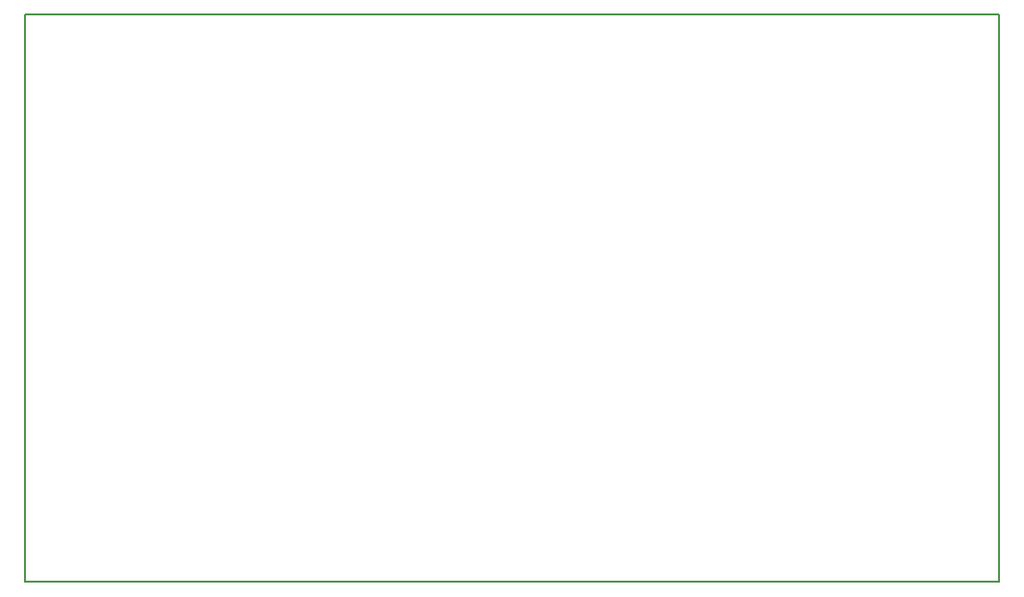
<source format=gm1>
G04 #@! TF.GenerationSoftware,KiCad,Pcbnew,5.0.2+dfsg1-1~bpo9+1*
G04 #@! TF.CreationDate,2020-07-13T10:59:22+01:00*
G04 #@! TF.ProjectId,esp8bit,65737038-6269-4742-9e6b-696361645f70,rev?*
G04 #@! TF.SameCoordinates,Original*
G04 #@! TF.FileFunction,Profile,NP*
%FSLAX46Y46*%
G04 Gerber Fmt 4.6, Leading zero omitted, Abs format (unit mm)*
G04 Created by KiCad (PCBNEW 5.0.2+dfsg1-1~bpo9+1) date Mon 13 Jul 2020 10:59:22 IST*
%MOMM*%
%LPD*%
G01*
G04 APERTURE LIST*
%ADD10C,0.150000*%
G04 APERTURE END LIST*
D10*
X162560000Y-40640000D02*
X76708000Y-40640000D01*
X162560000Y-90678000D02*
X162560000Y-40640000D01*
X76708000Y-90678000D02*
X162560000Y-90678000D01*
X76708000Y-40640000D02*
X76708000Y-90678000D01*
M02*

</source>
